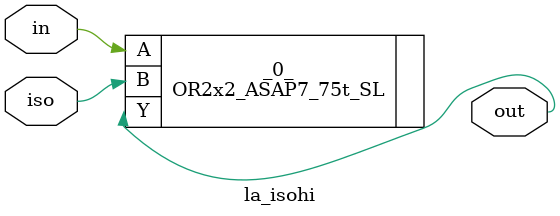
<source format=v>

/* Generated by Yosys 0.44 (git sha1 80ba43d26, g++ 11.4.0-1ubuntu1~22.04 -fPIC -O3) */

(* top =  1  *)
(* src = "inputs/la_isohi.v:10.1-20.10" *)
module la_isohi (
    iso,
    in,
    out
);
  (* src = "inputs/la_isohi.v:14.12-14.14" *)
  input in;
  wire in;
  (* src = "inputs/la_isohi.v:13.12-13.15" *)
  input iso;
  wire iso;
  (* src = "inputs/la_isohi.v:15.12-15.15" *)
  output out;
  wire out;
  OR2x2_ASAP7_75t_SL _0_ (
      .A(in),
      .B(iso),
      .Y(out)
  );
endmodule

</source>
